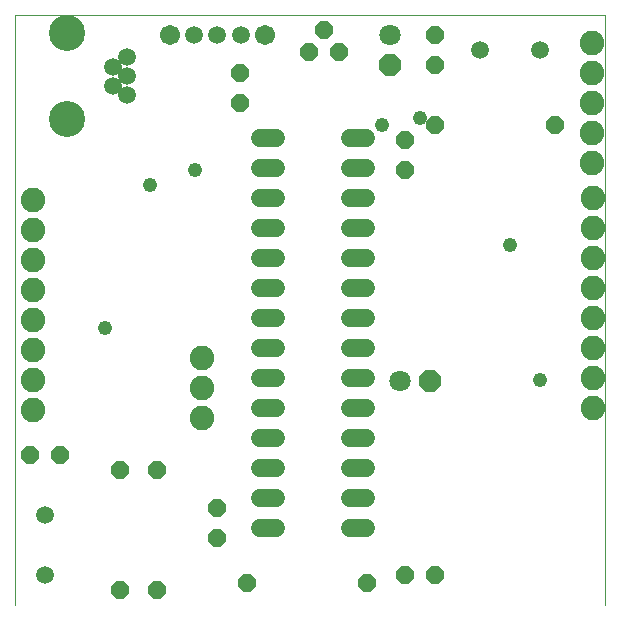
<source format=gbs>
G75*
%MOIN*%
%OFA0B0*%
%FSLAX25Y25*%
%IPPOS*%
%LPD*%
%AMOC8*
5,1,8,0,0,1.08239X$1,22.5*
%
%ADD10C,0.00000*%
%ADD11OC8,0.06000*%
%ADD12C,0.07100*%
%ADD13OC8,0.07100*%
%ADD14C,0.05950*%
%ADD15C,0.12020*%
%ADD16C,0.08200*%
%ADD17C,0.06000*%
%ADD18C,0.06737*%
%ADD19C,0.04762*%
D10*
X0008764Y0001800D02*
X0008764Y0198650D01*
X0205615Y0198650D01*
X0205615Y0001800D01*
D11*
X0148764Y0011800D03*
X0138764Y0011800D03*
X0126264Y0009300D03*
X0086264Y0009300D03*
X0076264Y0024300D03*
X0076264Y0034300D03*
X0056264Y0046800D03*
X0043764Y0046800D03*
X0023764Y0051800D03*
X0013764Y0051800D03*
X0043764Y0006800D03*
X0056264Y0006800D03*
X0138764Y0146800D03*
X0138764Y0156800D03*
X0148764Y0161800D03*
X0148764Y0181800D03*
X0148764Y0191800D03*
X0116796Y0186111D03*
X0111796Y0193611D03*
X0106796Y0186111D03*
X0083764Y0179300D03*
X0083764Y0169300D03*
X0188764Y0161800D03*
D12*
X0133764Y0191800D03*
X0137288Y0076485D03*
D13*
X0147288Y0076485D03*
X0133764Y0181800D03*
D14*
X0163764Y0186800D03*
X0183764Y0186800D03*
X0084138Y0191800D03*
X0076264Y0191800D03*
X0068390Y0191800D03*
X0046205Y0184398D03*
X0041481Y0181249D03*
X0046205Y0178099D03*
X0041481Y0174950D03*
X0046205Y0171800D03*
X0018764Y0031800D03*
X0018764Y0011800D03*
D15*
X0026127Y0163729D03*
X0026127Y0192469D03*
D16*
X0014867Y0136997D03*
X0014867Y0126997D03*
X0014867Y0116997D03*
X0014867Y0106997D03*
X0014867Y0096997D03*
X0014867Y0086997D03*
X0014867Y0076997D03*
X0014867Y0066997D03*
X0071264Y0064300D03*
X0071264Y0074300D03*
X0071264Y0084300D03*
X0201599Y0087686D03*
X0201599Y0077686D03*
X0201599Y0067686D03*
X0201599Y0097686D03*
X0201599Y0107686D03*
X0201599Y0117686D03*
X0201599Y0127686D03*
X0201599Y0137686D03*
X0201264Y0149300D03*
X0201264Y0159300D03*
X0201264Y0169300D03*
X0201264Y0179300D03*
X0201264Y0189300D03*
D17*
X0125774Y0157666D02*
X0120574Y0157666D01*
X0120574Y0147666D02*
X0125774Y0147666D01*
X0125774Y0137666D02*
X0120574Y0137666D01*
X0120574Y0127666D02*
X0125774Y0127666D01*
X0125774Y0117666D02*
X0120574Y0117666D01*
X0120574Y0107666D02*
X0125774Y0107666D01*
X0125774Y0097666D02*
X0120574Y0097666D01*
X0120574Y0087666D02*
X0125774Y0087666D01*
X0125774Y0077666D02*
X0120574Y0077666D01*
X0120574Y0067666D02*
X0125774Y0067666D01*
X0125774Y0057666D02*
X0120574Y0057666D01*
X0120574Y0047666D02*
X0125774Y0047666D01*
X0125774Y0037666D02*
X0120574Y0037666D01*
X0120574Y0027666D02*
X0125774Y0027666D01*
X0095774Y0027666D02*
X0090574Y0027666D01*
X0090574Y0037666D02*
X0095774Y0037666D01*
X0095774Y0047666D02*
X0090574Y0047666D01*
X0090574Y0057666D02*
X0095774Y0057666D01*
X0095774Y0067666D02*
X0090574Y0067666D01*
X0090574Y0077666D02*
X0095774Y0077666D01*
X0095774Y0087666D02*
X0090574Y0087666D01*
X0090574Y0097666D02*
X0095774Y0097666D01*
X0095774Y0107666D02*
X0090574Y0107666D01*
X0090574Y0117666D02*
X0095774Y0117666D01*
X0095774Y0127666D02*
X0090574Y0127666D01*
X0090574Y0137666D02*
X0095774Y0137666D01*
X0095774Y0147666D02*
X0090574Y0147666D01*
X0090574Y0157666D02*
X0095774Y0157666D01*
D18*
X0092012Y0191800D03*
X0060516Y0191800D03*
D19*
X0068764Y0146800D03*
X0053764Y0141800D03*
X0038764Y0094300D03*
X0124040Y0156800D03*
X0131264Y0161800D03*
X0143764Y0164300D03*
X0173764Y0121800D03*
X0183764Y0076800D03*
M02*

</source>
